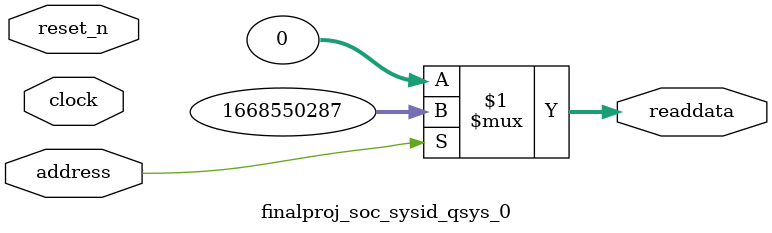
<source format=v>



// synthesis translate_off
`timescale 1ns / 1ps
// synthesis translate_on

// turn off superfluous verilog processor warnings 
// altera message_level Level1 
// altera message_off 10034 10035 10036 10037 10230 10240 10030 

module finalproj_soc_sysid_qsys_0 (
               // inputs:
                address,
                clock,
                reset_n,

               // outputs:
                readdata
             )
;

  output  [ 31: 0] readdata;
  input            address;
  input            clock;
  input            reset_n;

  wire    [ 31: 0] readdata;
  //control_slave, which is an e_avalon_slave
  assign readdata = address ? 1668550287 : 0;

endmodule



</source>
